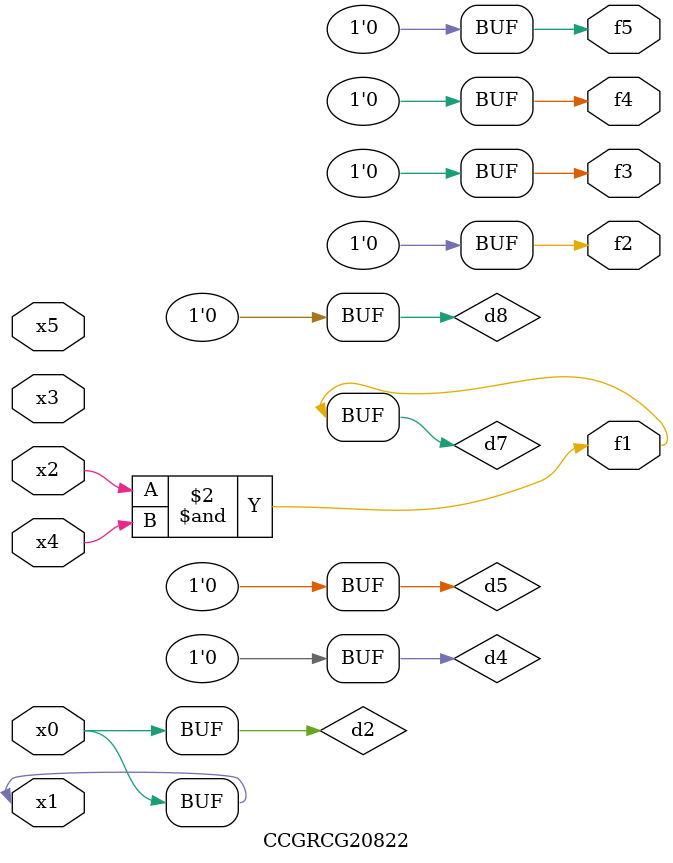
<source format=v>
module CCGRCG20822(
	input x0, x1, x2, x3, x4, x5,
	output f1, f2, f3, f4, f5
);

	wire d1, d2, d3, d4, d5, d6, d7, d8, d9;

	nand (d1, x1);
	buf (d2, x0, x1);
	nand (d3, x2, x4);
	and (d4, d1, d2);
	and (d5, d1, d2);
	nand (d6, d1, d3);
	not (d7, d3);
	xor (d8, d5);
	nor (d9, d5, d6);
	assign f1 = d7;
	assign f2 = d8;
	assign f3 = d8;
	assign f4 = d8;
	assign f5 = d8;
endmodule

</source>
